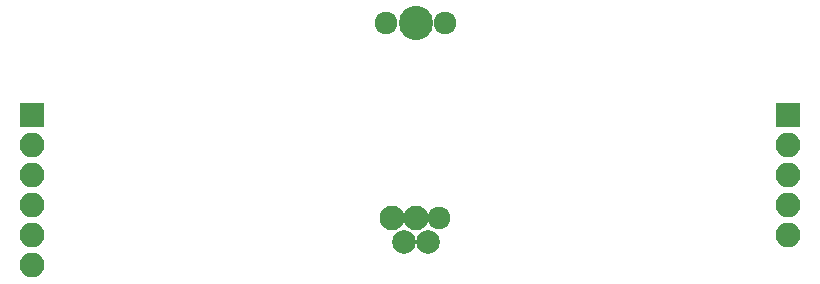
<source format=gbs>
G04 #@! TF.GenerationSoftware,KiCad,Pcbnew,(2017-07-14 revision d3b382c28)-master*
G04 #@! TF.CreationDate,2017-07-21T01:22:26-04:00*
G04 #@! TF.ProjectId,MAGLabs-2017-Swadges,4D41474C6162732D323031372D537761,rev?*
G04 #@! TF.SameCoordinates,Original
G04 #@! TF.FileFunction,Soldermask,Bot*
G04 #@! TF.FilePolarity,Negative*
%FSLAX46Y46*%
G04 Gerber Fmt 4.6, Leading zero omitted, Abs format (unit mm)*
G04 Created by KiCad (PCBNEW (2017-07-14 revision d3b382c28)-master) date Fri Jul 21 01:22:26 2017*
%MOMM*%
%LPD*%
G01*
G04 APERTURE LIST*
%ADD10O,2.100000X2.100000*%
%ADD11R,2.100000X2.100000*%
%ADD12C,2.100000*%
%ADD13C,1.924000*%
%ADD14C,2.900000*%
%ADD15C,2.000000*%
G04 APERTURE END LIST*
D10*
X104000000Y-75700000D03*
X104000000Y-73160000D03*
X104000000Y-70620000D03*
X104000000Y-68080000D03*
X104000000Y-65540000D03*
D11*
X104000000Y-63000000D03*
D12*
X134500000Y-71750000D03*
X136500000Y-71750000D03*
D13*
X138500000Y-71750000D03*
X139000000Y-55250000D03*
X134000000Y-55250000D03*
D14*
X136500000Y-55250000D03*
D15*
X135500000Y-73750000D03*
X137500000Y-73750000D03*
D10*
X168000000Y-73160000D03*
X168000000Y-70620000D03*
X168000000Y-68080000D03*
X168000000Y-65540000D03*
D11*
X168000000Y-63000000D03*
M02*

</source>
